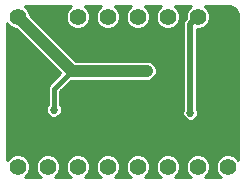
<source format=gbl>
G75*
G70*
%OFA0B0*%
%FSLAX24Y24*%
%IPPOS*%
%LPD*%
%AMOC8*
5,1,8,0,0,1.08239X$1,22.5*
%
%ADD10C,0.0560*%
%ADD11C,0.0400*%
%ADD12C,0.0160*%
%ADD13C,0.0270*%
%ADD14C,0.0200*%
%ADD15C,0.0450*%
%ADD16C,0.0100*%
D10*
X000663Y000650D03*
X001663Y000650D03*
X002663Y000650D03*
X003663Y000650D03*
X004663Y000650D03*
X005663Y000650D03*
X006663Y000650D03*
X007663Y000650D03*
X007663Y005650D03*
X006663Y005650D03*
X005663Y005650D03*
X004663Y005650D03*
X003663Y005650D03*
X002663Y005650D03*
X001663Y005650D03*
X000663Y005650D03*
D11*
X002463Y003850D01*
X003363Y003850D01*
X004963Y003850D01*
D12*
X002463Y003850D02*
X001863Y003250D01*
X001863Y002550D01*
D13*
X001863Y002550D03*
X001163Y001550D03*
X001163Y001150D03*
X003363Y003850D03*
X003463Y004700D03*
X004863Y004700D03*
X004963Y003850D03*
X006413Y002450D03*
X005913Y001350D03*
D14*
X006413Y002450D02*
X006413Y005400D01*
X006663Y005650D01*
D15*
X004563Y003050D03*
X004163Y003050D03*
X003763Y003050D03*
X003763Y002650D03*
X004163Y002650D03*
X004563Y002650D03*
X004563Y002250D03*
X004163Y002250D03*
X003763Y002250D03*
D16*
X002311Y003401D02*
X006183Y003401D01*
X006183Y003302D02*
X002212Y003302D01*
X002114Y003204D02*
X006183Y003204D01*
X006183Y003105D02*
X002073Y003105D01*
X002073Y003163D02*
X002073Y002715D01*
X002088Y002700D01*
X002128Y002603D01*
X002128Y002497D01*
X002088Y002400D01*
X002013Y002325D01*
X001916Y002285D01*
X001811Y002285D01*
X001713Y002325D01*
X001639Y002400D01*
X001598Y002497D01*
X001598Y002603D01*
X001639Y002700D01*
X001653Y002715D01*
X001653Y003337D01*
X002081Y003765D01*
X000607Y005240D01*
X000582Y005240D01*
X000431Y005302D01*
X000316Y005418D01*
X000313Y005424D01*
X000313Y000876D01*
X000316Y000882D01*
X000431Y000998D01*
X000582Y001060D01*
X000745Y001060D01*
X000896Y000998D01*
X001011Y000882D01*
X001073Y000732D01*
X001073Y000568D01*
X001011Y000418D01*
X000896Y000302D01*
X000890Y000300D01*
X001437Y000300D01*
X001431Y000302D01*
X001316Y000418D01*
X001253Y000568D01*
X001253Y000732D01*
X001316Y000882D01*
X001431Y000998D01*
X001582Y001060D01*
X001745Y001060D01*
X001896Y000998D01*
X002011Y000882D01*
X002073Y000732D01*
X002073Y000568D01*
X002011Y000418D01*
X001896Y000302D01*
X001890Y000300D01*
X002437Y000300D01*
X002431Y000302D01*
X002316Y000418D01*
X002253Y000568D01*
X002253Y000732D01*
X002316Y000882D01*
X002431Y000998D01*
X002582Y001060D01*
X002745Y001060D01*
X002896Y000998D01*
X003011Y000882D01*
X003073Y000732D01*
X003073Y000568D01*
X003011Y000418D01*
X002896Y000302D01*
X002890Y000300D01*
X003437Y000300D01*
X003431Y000302D01*
X003316Y000418D01*
X003253Y000568D01*
X003253Y000732D01*
X003316Y000882D01*
X003431Y000998D01*
X003582Y001060D01*
X003745Y001060D01*
X003896Y000998D01*
X004011Y000882D01*
X004073Y000732D01*
X004073Y000568D01*
X004011Y000418D01*
X003896Y000302D01*
X003890Y000300D01*
X004437Y000300D01*
X004431Y000302D01*
X004316Y000418D01*
X004253Y000568D01*
X004253Y000732D01*
X004316Y000882D01*
X004431Y000998D01*
X004582Y001060D01*
X004745Y001060D01*
X004896Y000998D01*
X005011Y000882D01*
X005073Y000732D01*
X005073Y000568D01*
X005011Y000418D01*
X004896Y000302D01*
X004890Y000300D01*
X005437Y000300D01*
X005431Y000302D01*
X005316Y000418D01*
X005253Y000568D01*
X005253Y000732D01*
X005316Y000882D01*
X005431Y000998D01*
X005582Y001060D01*
X005745Y001060D01*
X005896Y000998D01*
X006011Y000882D01*
X006073Y000732D01*
X006073Y000568D01*
X006011Y000418D01*
X005896Y000302D01*
X005890Y000300D01*
X006437Y000300D01*
X006431Y000302D01*
X006316Y000418D01*
X006253Y000568D01*
X006253Y000732D01*
X006316Y000882D01*
X006431Y000998D01*
X006582Y001060D01*
X006745Y001060D01*
X006896Y000998D01*
X007011Y000882D01*
X007073Y000732D01*
X007073Y000568D01*
X007011Y000418D01*
X006896Y000302D01*
X006890Y000300D01*
X007437Y000300D01*
X007431Y000302D01*
X007316Y000418D01*
X007253Y000568D01*
X007253Y000732D01*
X007316Y000882D01*
X007431Y000998D01*
X007582Y001060D01*
X007745Y001060D01*
X007896Y000998D01*
X008011Y000882D01*
X008013Y000876D01*
X008013Y005650D01*
X008007Y005718D01*
X007954Y005844D01*
X007858Y005941D01*
X007732Y005993D01*
X007663Y006000D01*
X006890Y006000D01*
X006896Y005998D01*
X007011Y005882D01*
X007073Y005732D01*
X007073Y005568D01*
X008013Y005568D01*
X008012Y005666D02*
X007073Y005666D01*
X007073Y005568D02*
X007011Y005418D01*
X006896Y005302D01*
X006745Y005240D01*
X006643Y005240D01*
X006643Y002587D01*
X006678Y002503D01*
X006678Y002397D01*
X006638Y002300D01*
X006563Y002225D01*
X006466Y002185D01*
X006361Y002185D01*
X006263Y002225D01*
X006189Y002300D01*
X006148Y002397D01*
X006148Y002503D01*
X006183Y002587D01*
X006183Y005495D01*
X006254Y005566D01*
X006253Y005568D01*
X006253Y005732D01*
X006316Y005882D01*
X006431Y005998D01*
X006437Y006000D01*
X005890Y006000D01*
X005896Y005998D01*
X006011Y005882D01*
X006073Y005732D01*
X006073Y005568D01*
X006254Y005568D01*
X006253Y005666D02*
X006073Y005666D01*
X006073Y005568D02*
X006011Y005418D01*
X005896Y005302D01*
X005745Y005240D01*
X005582Y005240D01*
X005431Y005302D01*
X005316Y005418D01*
X005253Y005568D01*
X005253Y005732D01*
X005316Y005882D01*
X005431Y005998D01*
X005437Y006000D01*
X004890Y006000D01*
X004896Y005998D01*
X005011Y005882D01*
X005073Y005732D01*
X005073Y005568D01*
X005254Y005568D01*
X005253Y005666D02*
X005073Y005666D01*
X005073Y005568D02*
X005011Y005418D01*
X004896Y005302D01*
X004745Y005240D01*
X004582Y005240D01*
X004431Y005302D01*
X004316Y005418D01*
X004253Y005568D01*
X004253Y005732D01*
X004316Y005882D01*
X004431Y005998D01*
X004437Y006000D01*
X003890Y006000D01*
X003896Y005998D01*
X004011Y005882D01*
X004073Y005732D01*
X004073Y005568D01*
X004254Y005568D01*
X004253Y005666D02*
X004073Y005666D01*
X004073Y005568D02*
X004011Y005418D01*
X003896Y005302D01*
X003745Y005240D01*
X003582Y005240D01*
X003431Y005302D01*
X003316Y005418D01*
X003253Y005568D01*
X003253Y005732D01*
X003316Y005882D01*
X003431Y005998D01*
X003437Y006000D01*
X002890Y006000D01*
X002896Y005998D01*
X003011Y005882D01*
X003073Y005732D01*
X003073Y005568D01*
X003254Y005568D01*
X003253Y005666D02*
X003073Y005666D01*
X003073Y005568D02*
X003011Y005418D01*
X002896Y005302D01*
X002745Y005240D01*
X002582Y005240D01*
X002431Y005302D01*
X002316Y005418D01*
X002253Y005568D01*
X002253Y005732D01*
X002316Y005882D01*
X002431Y005998D01*
X002437Y006000D01*
X000890Y006000D01*
X000896Y005998D01*
X001011Y005882D01*
X001073Y005732D01*
X001073Y005707D01*
X002600Y004180D01*
X005029Y004180D01*
X005150Y004130D01*
X005243Y004037D01*
X005293Y003916D01*
X005293Y003784D01*
X005243Y003663D01*
X005150Y003570D01*
X005029Y003520D01*
X002430Y003520D01*
X002073Y003163D01*
X002073Y003007D02*
X006183Y003007D01*
X006183Y002908D02*
X002073Y002908D01*
X002073Y002810D02*
X006183Y002810D01*
X006183Y002711D02*
X002077Y002711D01*
X002124Y002613D02*
X006183Y002613D01*
X006153Y002514D02*
X002128Y002514D01*
X002094Y002416D02*
X006148Y002416D01*
X006182Y002317D02*
X001993Y002317D01*
X001733Y002317D02*
X000313Y002317D01*
X000313Y002219D02*
X006280Y002219D01*
X006547Y002219D02*
X008013Y002219D01*
X008013Y002317D02*
X006645Y002317D01*
X006678Y002416D02*
X008013Y002416D01*
X008013Y002514D02*
X006674Y002514D01*
X006643Y002613D02*
X008013Y002613D01*
X008013Y002711D02*
X006643Y002711D01*
X006643Y002810D02*
X008013Y002810D01*
X008013Y002908D02*
X006643Y002908D01*
X006643Y003007D02*
X008013Y003007D01*
X008013Y003105D02*
X006643Y003105D01*
X006643Y003204D02*
X008013Y003204D01*
X008013Y003302D02*
X006643Y003302D01*
X006643Y003401D02*
X008013Y003401D01*
X008013Y003499D02*
X006643Y003499D01*
X006643Y003598D02*
X008013Y003598D01*
X008013Y003696D02*
X006643Y003696D01*
X006643Y003795D02*
X008013Y003795D01*
X008013Y003893D02*
X006643Y003893D01*
X006643Y003992D02*
X008013Y003992D01*
X008013Y004090D02*
X006643Y004090D01*
X006643Y004189D02*
X008013Y004189D01*
X008013Y004287D02*
X006643Y004287D01*
X006643Y004386D02*
X008013Y004386D01*
X008013Y004484D02*
X006643Y004484D01*
X006643Y004583D02*
X008013Y004583D01*
X008013Y004681D02*
X006643Y004681D01*
X006643Y004780D02*
X008013Y004780D01*
X008013Y004878D02*
X006643Y004878D01*
X006643Y004977D02*
X008013Y004977D01*
X008013Y005075D02*
X006643Y005075D01*
X006643Y005174D02*
X008013Y005174D01*
X008013Y005272D02*
X006822Y005272D01*
X006964Y005371D02*
X008013Y005371D01*
X008013Y005469D02*
X007032Y005469D01*
X007060Y005765D02*
X007987Y005765D01*
X007936Y005863D02*
X007019Y005863D01*
X006932Y005962D02*
X007808Y005962D01*
X006395Y005962D02*
X005932Y005962D01*
X006019Y005863D02*
X006308Y005863D01*
X006267Y005765D02*
X006060Y005765D01*
X006032Y005469D02*
X006183Y005469D01*
X006183Y005371D02*
X005964Y005371D01*
X005822Y005272D02*
X006183Y005272D01*
X006183Y005174D02*
X001607Y005174D01*
X001508Y005272D02*
X002504Y005272D01*
X002363Y005371D02*
X001410Y005371D01*
X001311Y005469D02*
X002295Y005469D01*
X002254Y005568D02*
X001213Y005568D01*
X001114Y005666D02*
X002253Y005666D01*
X002267Y005765D02*
X001060Y005765D01*
X001019Y005863D02*
X002308Y005863D01*
X002395Y005962D02*
X000932Y005962D01*
X000363Y005371D02*
X000313Y005371D01*
X000313Y005272D02*
X000504Y005272D01*
X000673Y005174D02*
X000313Y005174D01*
X000313Y005075D02*
X000772Y005075D01*
X000870Y004977D02*
X000313Y004977D01*
X000313Y004878D02*
X000969Y004878D01*
X001067Y004780D02*
X000313Y004780D01*
X000313Y004681D02*
X001166Y004681D01*
X001264Y004583D02*
X000313Y004583D01*
X000313Y004484D02*
X001363Y004484D01*
X001461Y004386D02*
X000313Y004386D01*
X000313Y004287D02*
X001560Y004287D01*
X001658Y004189D02*
X000313Y004189D01*
X000313Y004090D02*
X001757Y004090D01*
X001855Y003992D02*
X000313Y003992D01*
X000313Y003893D02*
X001954Y003893D01*
X002052Y003795D02*
X000313Y003795D01*
X000313Y003696D02*
X002012Y003696D01*
X001914Y003598D02*
X000313Y003598D01*
X000313Y003499D02*
X001815Y003499D01*
X001717Y003401D02*
X000313Y003401D01*
X000313Y003302D02*
X001653Y003302D01*
X001653Y003204D02*
X000313Y003204D01*
X000313Y003105D02*
X001653Y003105D01*
X001653Y003007D02*
X000313Y003007D01*
X000313Y002908D02*
X001653Y002908D01*
X001653Y002810D02*
X000313Y002810D01*
X000313Y002711D02*
X001650Y002711D01*
X001602Y002613D02*
X000313Y002613D01*
X000313Y002514D02*
X001598Y002514D01*
X001632Y002416D02*
X000313Y002416D01*
X000313Y002120D02*
X008013Y002120D01*
X008013Y002022D02*
X000313Y002022D01*
X000313Y001923D02*
X008013Y001923D01*
X008013Y001825D02*
X000313Y001825D01*
X000313Y001726D02*
X008013Y001726D01*
X008013Y001628D02*
X000313Y001628D01*
X000313Y001529D02*
X008013Y001529D01*
X008013Y001431D02*
X000313Y001431D01*
X000313Y001332D02*
X008013Y001332D01*
X008013Y001234D02*
X000313Y001234D01*
X000313Y001135D02*
X008013Y001135D01*
X008013Y001037D02*
X007802Y001037D01*
X007955Y000938D02*
X008013Y000938D01*
X007525Y001037D02*
X006802Y001037D01*
X006955Y000938D02*
X007372Y000938D01*
X007298Y000840D02*
X007029Y000840D01*
X007069Y000741D02*
X007257Y000741D01*
X007253Y000643D02*
X007073Y000643D01*
X007063Y000544D02*
X007263Y000544D01*
X007304Y000446D02*
X007022Y000446D01*
X006940Y000347D02*
X007387Y000347D01*
X006525Y001037D02*
X005802Y001037D01*
X005955Y000938D02*
X006372Y000938D01*
X006298Y000840D02*
X006029Y000840D01*
X006069Y000741D02*
X006257Y000741D01*
X006253Y000643D02*
X006073Y000643D01*
X006063Y000544D02*
X006263Y000544D01*
X006304Y000446D02*
X006022Y000446D01*
X005940Y000347D02*
X006387Y000347D01*
X005525Y001037D02*
X004802Y001037D01*
X004955Y000938D02*
X005372Y000938D01*
X005298Y000840D02*
X005029Y000840D01*
X005069Y000741D02*
X005257Y000741D01*
X005253Y000643D02*
X005073Y000643D01*
X005063Y000544D02*
X005263Y000544D01*
X005304Y000446D02*
X005022Y000446D01*
X004940Y000347D02*
X005387Y000347D01*
X004525Y001037D02*
X003802Y001037D01*
X003955Y000938D02*
X004372Y000938D01*
X004298Y000840D02*
X004029Y000840D01*
X004069Y000741D02*
X004257Y000741D01*
X004253Y000643D02*
X004073Y000643D01*
X004063Y000544D02*
X004263Y000544D01*
X004304Y000446D02*
X004022Y000446D01*
X003940Y000347D02*
X004387Y000347D01*
X003525Y001037D02*
X002802Y001037D01*
X002955Y000938D02*
X003372Y000938D01*
X003298Y000840D02*
X003029Y000840D01*
X003069Y000741D02*
X003257Y000741D01*
X003253Y000643D02*
X003073Y000643D01*
X003063Y000544D02*
X003263Y000544D01*
X003304Y000446D02*
X003022Y000446D01*
X002940Y000347D02*
X003387Y000347D01*
X002525Y001037D02*
X001802Y001037D01*
X001955Y000938D02*
X002372Y000938D01*
X002298Y000840D02*
X002029Y000840D01*
X002069Y000741D02*
X002257Y000741D01*
X002253Y000643D02*
X002073Y000643D01*
X002063Y000544D02*
X002263Y000544D01*
X002304Y000446D02*
X002022Y000446D01*
X001940Y000347D02*
X002387Y000347D01*
X001525Y001037D02*
X000802Y001037D01*
X000955Y000938D02*
X001372Y000938D01*
X001298Y000840D02*
X001029Y000840D01*
X001069Y000741D02*
X001257Y000741D01*
X001253Y000643D02*
X001073Y000643D01*
X001063Y000544D02*
X001263Y000544D01*
X001304Y000446D02*
X001022Y000446D01*
X000940Y000347D02*
X001387Y000347D01*
X000525Y001037D02*
X000313Y001037D01*
X000313Y000938D02*
X000372Y000938D01*
X002409Y003499D02*
X006183Y003499D01*
X006183Y003598D02*
X005178Y003598D01*
X005257Y003696D02*
X006183Y003696D01*
X006183Y003795D02*
X005293Y003795D01*
X005293Y003893D02*
X006183Y003893D01*
X006183Y003992D02*
X005262Y003992D01*
X005190Y004090D02*
X006183Y004090D01*
X006183Y004189D02*
X002592Y004189D01*
X002493Y004287D02*
X006183Y004287D01*
X006183Y004386D02*
X002395Y004386D01*
X002296Y004484D02*
X006183Y004484D01*
X006183Y004583D02*
X002198Y004583D01*
X002099Y004681D02*
X006183Y004681D01*
X006183Y004780D02*
X002001Y004780D01*
X001902Y004878D02*
X006183Y004878D01*
X006183Y004977D02*
X001804Y004977D01*
X001705Y005075D02*
X006183Y005075D01*
X005504Y005272D02*
X004822Y005272D01*
X004964Y005371D02*
X005363Y005371D01*
X005295Y005469D02*
X005032Y005469D01*
X005060Y005765D02*
X005267Y005765D01*
X005308Y005863D02*
X005019Y005863D01*
X004932Y005962D02*
X005395Y005962D01*
X004504Y005272D02*
X003822Y005272D01*
X003964Y005371D02*
X004363Y005371D01*
X004295Y005469D02*
X004032Y005469D01*
X004060Y005765D02*
X004267Y005765D01*
X004308Y005863D02*
X004019Y005863D01*
X003932Y005962D02*
X004395Y005962D01*
X003504Y005272D02*
X002822Y005272D01*
X002964Y005371D02*
X003363Y005371D01*
X003295Y005469D02*
X003032Y005469D01*
X003060Y005765D02*
X003267Y005765D01*
X003308Y005863D02*
X003019Y005863D01*
X002932Y005962D02*
X003395Y005962D01*
M02*

</source>
